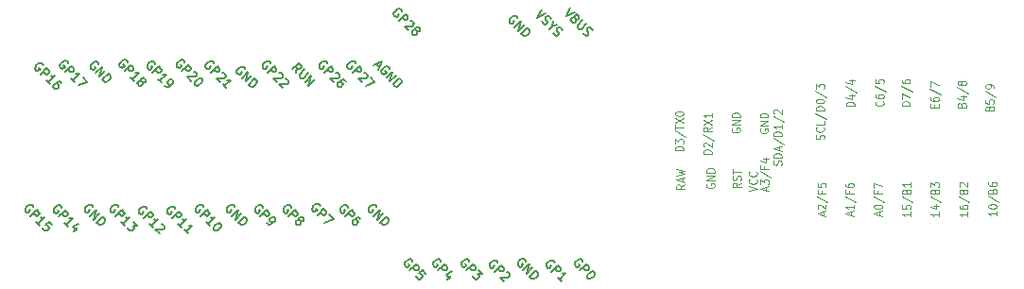
<source format=gbr>
G04 #@! TF.GenerationSoftware,KiCad,Pcbnew,(5.1.6-0-10_14)*
G04 #@! TF.CreationDate,2022-05-05T21:05:38+09:00*
G04 #@! TF.ProjectId,cool640x2,636f6f6c-3634-4307-9832-2e6b69636164,rev?*
G04 #@! TF.SameCoordinates,Original*
G04 #@! TF.FileFunction,Legend,Top*
G04 #@! TF.FilePolarity,Positive*
%FSLAX46Y46*%
G04 Gerber Fmt 4.6, Leading zero omitted, Abs format (unit mm)*
G04 Created by KiCad (PCBNEW (5.1.6-0-10_14)) date 2022-05-05 21:05:38*
%MOMM*%
%LPD*%
G01*
G04 APERTURE LIST*
%ADD10C,0.150000*%
%ADD11C,0.125000*%
G04 APERTURE END LIST*
D10*
X94169035Y-83733597D02*
X94438409Y-84002971D01*
X93953536Y-83841346D02*
X94707783Y-83464223D01*
X94330659Y-84218470D01*
X95354280Y-84164595D02*
X95327343Y-84083783D01*
X95246531Y-84002971D01*
X95138781Y-83949096D01*
X95031032Y-83949096D01*
X94950219Y-83976033D01*
X94815532Y-84056845D01*
X94734720Y-84137658D01*
X94653908Y-84272345D01*
X94626971Y-84353157D01*
X94626971Y-84460906D01*
X94680845Y-84568656D01*
X94734720Y-84622531D01*
X94842470Y-84676406D01*
X94896345Y-84676406D01*
X95084906Y-84487844D01*
X94977157Y-84380094D01*
X95084906Y-84972717D02*
X95650592Y-84407032D01*
X95408155Y-85295966D01*
X95973841Y-84730280D01*
X95677529Y-85565340D02*
X96243215Y-84999654D01*
X96377902Y-85134341D01*
X96431776Y-85242091D01*
X96431776Y-85349841D01*
X96404839Y-85430653D01*
X96324027Y-85565340D01*
X96243215Y-85646152D01*
X96108528Y-85726964D01*
X96027715Y-85753902D01*
X95919966Y-85753902D01*
X95812216Y-85700027D01*
X95677529Y-85565340D01*
X106821844Y-79626158D02*
X106794906Y-79545346D01*
X106714094Y-79464534D01*
X106606345Y-79410659D01*
X106498595Y-79410659D01*
X106417783Y-79437597D01*
X106283096Y-79518409D01*
X106202284Y-79599221D01*
X106121471Y-79733908D01*
X106094534Y-79814720D01*
X106094534Y-79922470D01*
X106148409Y-80030219D01*
X106202284Y-80084094D01*
X106310033Y-80137969D01*
X106363908Y-80137969D01*
X106552470Y-79949407D01*
X106444720Y-79841658D01*
X106552470Y-80434280D02*
X107118155Y-79868595D01*
X106875719Y-80757529D01*
X107441404Y-80191844D01*
X107145093Y-81026903D02*
X107710778Y-80461218D01*
X107845465Y-80595905D01*
X107899340Y-80703654D01*
X107899340Y-80811404D01*
X107872402Y-80892216D01*
X107791590Y-81026903D01*
X107710778Y-81107715D01*
X107576091Y-81188528D01*
X107495279Y-81215465D01*
X107387529Y-81215465D01*
X107279780Y-81161590D01*
X107145093Y-81026903D01*
X82411844Y-84176158D02*
X82384906Y-84095346D01*
X82304094Y-84014534D01*
X82196345Y-83960659D01*
X82088595Y-83960659D01*
X82007783Y-83987597D01*
X81873096Y-84068409D01*
X81792284Y-84149221D01*
X81711471Y-84283908D01*
X81684534Y-84364720D01*
X81684534Y-84472470D01*
X81738409Y-84580219D01*
X81792284Y-84634094D01*
X81900033Y-84687969D01*
X81953908Y-84687969D01*
X82142470Y-84499407D01*
X82034720Y-84391658D01*
X82142470Y-84984280D02*
X82708155Y-84418595D01*
X82465719Y-85307529D01*
X83031404Y-84741844D01*
X82735093Y-85576903D02*
X83300778Y-85011218D01*
X83435465Y-85145905D01*
X83489340Y-85253654D01*
X83489340Y-85361404D01*
X83462402Y-85442216D01*
X83381590Y-85576903D01*
X83300778Y-85657715D01*
X83166091Y-85738528D01*
X83085279Y-85765465D01*
X82977529Y-85765465D01*
X82869780Y-85711590D01*
X82735093Y-85576903D01*
X69301844Y-83736158D02*
X69274906Y-83655346D01*
X69194094Y-83574534D01*
X69086345Y-83520659D01*
X68978595Y-83520659D01*
X68897783Y-83547597D01*
X68763096Y-83628409D01*
X68682284Y-83709221D01*
X68601471Y-83843908D01*
X68574534Y-83924720D01*
X68574534Y-84032470D01*
X68628409Y-84140219D01*
X68682284Y-84194094D01*
X68790033Y-84247969D01*
X68843908Y-84247969D01*
X69032470Y-84059407D01*
X68924720Y-83951658D01*
X69032470Y-84544280D02*
X69598155Y-83978595D01*
X69355719Y-84867529D01*
X69921404Y-84301844D01*
X69625093Y-85136903D02*
X70190778Y-84571218D01*
X70325465Y-84705905D01*
X70379340Y-84813654D01*
X70379340Y-84921404D01*
X70352402Y-85002216D01*
X70271590Y-85136903D01*
X70190778Y-85217715D01*
X70056091Y-85298528D01*
X69975279Y-85325465D01*
X69867529Y-85325465D01*
X69759780Y-85271590D01*
X69625093Y-85136903D01*
X68791844Y-96546158D02*
X68764906Y-96465346D01*
X68684094Y-96384534D01*
X68576345Y-96330659D01*
X68468595Y-96330659D01*
X68387783Y-96357597D01*
X68253096Y-96438409D01*
X68172284Y-96519221D01*
X68091471Y-96653908D01*
X68064534Y-96734720D01*
X68064534Y-96842470D01*
X68118409Y-96950219D01*
X68172284Y-97004094D01*
X68280033Y-97057969D01*
X68333908Y-97057969D01*
X68522470Y-96869407D01*
X68414720Y-96761658D01*
X68522470Y-97354280D02*
X69088155Y-96788595D01*
X68845719Y-97677529D01*
X69411404Y-97111844D01*
X69115093Y-97946903D02*
X69680778Y-97381218D01*
X69815465Y-97515905D01*
X69869340Y-97623654D01*
X69869340Y-97731404D01*
X69842402Y-97812216D01*
X69761590Y-97946903D01*
X69680778Y-98027715D01*
X69546091Y-98108528D01*
X69465279Y-98135465D01*
X69357529Y-98135465D01*
X69249780Y-98081590D01*
X69115093Y-97946903D01*
X81491844Y-96546158D02*
X81464906Y-96465346D01*
X81384094Y-96384534D01*
X81276345Y-96330659D01*
X81168595Y-96330659D01*
X81087783Y-96357597D01*
X80953096Y-96438409D01*
X80872284Y-96519221D01*
X80791471Y-96653908D01*
X80764534Y-96734720D01*
X80764534Y-96842470D01*
X80818409Y-96950219D01*
X80872284Y-97004094D01*
X80980033Y-97057969D01*
X81033908Y-97057969D01*
X81222470Y-96869407D01*
X81114720Y-96761658D01*
X81222470Y-97354280D02*
X81788155Y-96788595D01*
X81545719Y-97677529D01*
X82111404Y-97111844D01*
X81815093Y-97946903D02*
X82380778Y-97381218D01*
X82515465Y-97515905D01*
X82569340Y-97623654D01*
X82569340Y-97731404D01*
X82542402Y-97812216D01*
X82461590Y-97946903D01*
X82380778Y-98027715D01*
X82246091Y-98108528D01*
X82165279Y-98135465D01*
X82057529Y-98135465D01*
X81949780Y-98081590D01*
X81815093Y-97946903D01*
X94191844Y-96546158D02*
X94164906Y-96465346D01*
X94084094Y-96384534D01*
X93976345Y-96330659D01*
X93868595Y-96330659D01*
X93787783Y-96357597D01*
X93653096Y-96438409D01*
X93572284Y-96519221D01*
X93491471Y-96653908D01*
X93464534Y-96734720D01*
X93464534Y-96842470D01*
X93518409Y-96950219D01*
X93572284Y-97004094D01*
X93680033Y-97057969D01*
X93733908Y-97057969D01*
X93922470Y-96869407D01*
X93814720Y-96761658D01*
X93922470Y-97354280D02*
X94488155Y-96788595D01*
X94245719Y-97677529D01*
X94811404Y-97111844D01*
X94515093Y-97946903D02*
X95080778Y-97381218D01*
X95215465Y-97515905D01*
X95269340Y-97623654D01*
X95269340Y-97731404D01*
X95242402Y-97812216D01*
X95161590Y-97946903D01*
X95080778Y-98027715D01*
X94946091Y-98108528D01*
X94865279Y-98135465D01*
X94757529Y-98135465D01*
X94649780Y-98081590D01*
X94515093Y-97946903D01*
X107571844Y-101406158D02*
X107544906Y-101325346D01*
X107464094Y-101244534D01*
X107356345Y-101190659D01*
X107248595Y-101190659D01*
X107167783Y-101217597D01*
X107033096Y-101298409D01*
X106952284Y-101379221D01*
X106871471Y-101513908D01*
X106844534Y-101594720D01*
X106844534Y-101702470D01*
X106898409Y-101810219D01*
X106952284Y-101864094D01*
X107060033Y-101917969D01*
X107113908Y-101917969D01*
X107302470Y-101729407D01*
X107194720Y-101621658D01*
X107302470Y-102214280D02*
X107868155Y-101648595D01*
X107625719Y-102537529D01*
X108191404Y-101971844D01*
X107895093Y-102806903D02*
X108460778Y-102241218D01*
X108595465Y-102375905D01*
X108649340Y-102483654D01*
X108649340Y-102591404D01*
X108622402Y-102672216D01*
X108541590Y-102806903D01*
X108460778Y-102887715D01*
X108326091Y-102968528D01*
X108245279Y-102995465D01*
X108137529Y-102995465D01*
X108029780Y-102941590D01*
X107895093Y-102806903D01*
X111542690Y-78673129D02*
X111165566Y-79427377D01*
X111919813Y-79050253D01*
X112027563Y-79696751D02*
X112081438Y-79804500D01*
X112081438Y-79858375D01*
X112054500Y-79939187D01*
X111973688Y-80019999D01*
X111892876Y-80046937D01*
X111839001Y-80046937D01*
X111758189Y-80020000D01*
X111542690Y-79804500D01*
X112108375Y-79238815D01*
X112296937Y-79427377D01*
X112323874Y-79508189D01*
X112323874Y-79562064D01*
X112296937Y-79642876D01*
X112243062Y-79696751D01*
X112162250Y-79723688D01*
X112108375Y-79723688D01*
X112027563Y-79696751D01*
X111839001Y-79508189D01*
X112674061Y-79804500D02*
X112216125Y-80262436D01*
X112189187Y-80343248D01*
X112189187Y-80397123D01*
X112216125Y-80477935D01*
X112323874Y-80585685D01*
X112404687Y-80612622D01*
X112458561Y-80612622D01*
X112539374Y-80585685D01*
X112997309Y-80127749D01*
X112700998Y-80908934D02*
X112754873Y-81016683D01*
X112889560Y-81151370D01*
X112970372Y-81178308D01*
X113024247Y-81178308D01*
X113105059Y-81151370D01*
X113158934Y-81097496D01*
X113185871Y-81016683D01*
X113185871Y-80962809D01*
X113158934Y-80881996D01*
X113078122Y-80747309D01*
X113051184Y-80666497D01*
X113051184Y-80612622D01*
X113078122Y-80531810D01*
X113131996Y-80477935D01*
X113212809Y-80450998D01*
X113266683Y-80450998D01*
X113347496Y-80477935D01*
X113482183Y-80612622D01*
X113536057Y-80720372D01*
X108990033Y-78810473D02*
X108612910Y-79564720D01*
X109367157Y-79187597D01*
X108990033Y-79887969D02*
X109043908Y-79995719D01*
X109178595Y-80130406D01*
X109259407Y-80157343D01*
X109313282Y-80157343D01*
X109394094Y-80130406D01*
X109447969Y-80076531D01*
X109474906Y-79995719D01*
X109474906Y-79941844D01*
X109447969Y-79861032D01*
X109367157Y-79726345D01*
X109340219Y-79645532D01*
X109340219Y-79591658D01*
X109367157Y-79510845D01*
X109421032Y-79456971D01*
X109501844Y-79430033D01*
X109555719Y-79430033D01*
X109636531Y-79456971D01*
X109771218Y-79591658D01*
X109825093Y-79699407D01*
X109905905Y-80318967D02*
X109636531Y-80588341D01*
X110013654Y-79834094D02*
X109905905Y-80318967D01*
X110390778Y-80211218D01*
X110013654Y-80911590D02*
X110067529Y-81019340D01*
X110202216Y-81154027D01*
X110283028Y-81180964D01*
X110336903Y-81180964D01*
X110417715Y-81154027D01*
X110471590Y-81100152D01*
X110498528Y-81019340D01*
X110498528Y-80965465D01*
X110471590Y-80884653D01*
X110390778Y-80749966D01*
X110363841Y-80669154D01*
X110363841Y-80615279D01*
X110390778Y-80534467D01*
X110444653Y-80480592D01*
X110525465Y-80453654D01*
X110579340Y-80453654D01*
X110660152Y-80480592D01*
X110794839Y-80615279D01*
X110848714Y-80723028D01*
X96469407Y-79003722D02*
X96442470Y-78922910D01*
X96361658Y-78842097D01*
X96253908Y-78788223D01*
X96146158Y-78788223D01*
X96065346Y-78815160D01*
X95930659Y-78895972D01*
X95849847Y-78976784D01*
X95769035Y-79111471D01*
X95742097Y-79192284D01*
X95742097Y-79300033D01*
X95795972Y-79407783D01*
X95849847Y-79461658D01*
X95957597Y-79515532D01*
X96011471Y-79515532D01*
X96200033Y-79326971D01*
X96092284Y-79219221D01*
X96200033Y-79811844D02*
X96765719Y-79246158D01*
X96981218Y-79461658D01*
X97008155Y-79542470D01*
X97008155Y-79596345D01*
X96981218Y-79677157D01*
X96900406Y-79757969D01*
X96819593Y-79784906D01*
X96765719Y-79784906D01*
X96684906Y-79757969D01*
X96469407Y-79542470D01*
X97250592Y-79838781D02*
X97304467Y-79838781D01*
X97385279Y-79865719D01*
X97519966Y-80000406D01*
X97546903Y-80081218D01*
X97546903Y-80135093D01*
X97519966Y-80215905D01*
X97466091Y-80269780D01*
X97358341Y-80323654D01*
X96711844Y-80323654D01*
X97062030Y-80673841D01*
X97708528Y-80673841D02*
X97681590Y-80593028D01*
X97681590Y-80539154D01*
X97708528Y-80458341D01*
X97735465Y-80431404D01*
X97816277Y-80404467D01*
X97870152Y-80404467D01*
X97950964Y-80431404D01*
X98058714Y-80539154D01*
X98085651Y-80619966D01*
X98085651Y-80673841D01*
X98058714Y-80754653D01*
X98031776Y-80781590D01*
X97950964Y-80808528D01*
X97897089Y-80808528D01*
X97816277Y-80781590D01*
X97708528Y-80673841D01*
X97627715Y-80646903D01*
X97573841Y-80646903D01*
X97493028Y-80673841D01*
X97385279Y-80781590D01*
X97358341Y-80862402D01*
X97358341Y-80916277D01*
X97385279Y-80997089D01*
X97493028Y-81104839D01*
X97573841Y-81131776D01*
X97627715Y-81131776D01*
X97708528Y-81104839D01*
X97816277Y-80997089D01*
X97843215Y-80916277D01*
X97843215Y-80862402D01*
X97816277Y-80781590D01*
X92319407Y-83679722D02*
X92292470Y-83598910D01*
X92211658Y-83518097D01*
X92103908Y-83464223D01*
X91996158Y-83464223D01*
X91915346Y-83491160D01*
X91780659Y-83571972D01*
X91699847Y-83652784D01*
X91619035Y-83787471D01*
X91592097Y-83868284D01*
X91592097Y-83976033D01*
X91645972Y-84083783D01*
X91699847Y-84137658D01*
X91807597Y-84191532D01*
X91861471Y-84191532D01*
X92050033Y-84002971D01*
X91942284Y-83895221D01*
X92050033Y-84487844D02*
X92615719Y-83922158D01*
X92831218Y-84137658D01*
X92858155Y-84218470D01*
X92858155Y-84272345D01*
X92831218Y-84353157D01*
X92750406Y-84433969D01*
X92669593Y-84460906D01*
X92615719Y-84460906D01*
X92534906Y-84433969D01*
X92319407Y-84218470D01*
X93100592Y-84514781D02*
X93154467Y-84514781D01*
X93235279Y-84541719D01*
X93369966Y-84676406D01*
X93396903Y-84757218D01*
X93396903Y-84811093D01*
X93369966Y-84891905D01*
X93316091Y-84945780D01*
X93208341Y-84999654D01*
X92561844Y-84999654D01*
X92912030Y-85349841D01*
X93666277Y-84972717D02*
X94043401Y-85349841D01*
X93235279Y-85673089D01*
X89789407Y-83679722D02*
X89762470Y-83598910D01*
X89681658Y-83518097D01*
X89573908Y-83464223D01*
X89466158Y-83464223D01*
X89385346Y-83491160D01*
X89250659Y-83571972D01*
X89169847Y-83652784D01*
X89089035Y-83787471D01*
X89062097Y-83868284D01*
X89062097Y-83976033D01*
X89115972Y-84083783D01*
X89169847Y-84137658D01*
X89277597Y-84191532D01*
X89331471Y-84191532D01*
X89520033Y-84002971D01*
X89412284Y-83895221D01*
X89520033Y-84487844D02*
X90085719Y-83922158D01*
X90301218Y-84137658D01*
X90328155Y-84218470D01*
X90328155Y-84272345D01*
X90301218Y-84353157D01*
X90220406Y-84433969D01*
X90139593Y-84460906D01*
X90085719Y-84460906D01*
X90004906Y-84433969D01*
X89789407Y-84218470D01*
X90570592Y-84514781D02*
X90624467Y-84514781D01*
X90705279Y-84541719D01*
X90839966Y-84676406D01*
X90866903Y-84757218D01*
X90866903Y-84811093D01*
X90839966Y-84891905D01*
X90786091Y-84945780D01*
X90678341Y-84999654D01*
X90031844Y-84999654D01*
X90382030Y-85349841D01*
X91432589Y-85269028D02*
X91324839Y-85161279D01*
X91244027Y-85134341D01*
X91190152Y-85134341D01*
X91055465Y-85161279D01*
X90920778Y-85242091D01*
X90705279Y-85457590D01*
X90678341Y-85538402D01*
X90678341Y-85592277D01*
X90705279Y-85673089D01*
X90813028Y-85780839D01*
X90893841Y-85807776D01*
X90947715Y-85807776D01*
X91028528Y-85780839D01*
X91163215Y-85646152D01*
X91190152Y-85565340D01*
X91190152Y-85511465D01*
X91163215Y-85430653D01*
X91055465Y-85322903D01*
X90974653Y-85295966D01*
X90920778Y-85295966D01*
X90839966Y-85322903D01*
X86966564Y-84528375D02*
X87047377Y-84070439D01*
X86643316Y-84205126D02*
X87209001Y-83639441D01*
X87424500Y-83854940D01*
X87451438Y-83935752D01*
X87451438Y-83989627D01*
X87424500Y-84070439D01*
X87343688Y-84151251D01*
X87262876Y-84178189D01*
X87209001Y-84178189D01*
X87128189Y-84151251D01*
X86912690Y-83935752D01*
X87774687Y-84205126D02*
X87316751Y-84663062D01*
X87289813Y-84743874D01*
X87289813Y-84797749D01*
X87316751Y-84878561D01*
X87424500Y-84986311D01*
X87505312Y-85013248D01*
X87559187Y-85013248D01*
X87640000Y-84986311D01*
X88097935Y-84528375D01*
X87801624Y-85363435D02*
X88367309Y-84797749D01*
X88124873Y-85686683D01*
X88690558Y-85120998D01*
X84709407Y-83679722D02*
X84682470Y-83598910D01*
X84601658Y-83518097D01*
X84493908Y-83464223D01*
X84386158Y-83464223D01*
X84305346Y-83491160D01*
X84170659Y-83571972D01*
X84089847Y-83652784D01*
X84009035Y-83787471D01*
X83982097Y-83868284D01*
X83982097Y-83976033D01*
X84035972Y-84083783D01*
X84089847Y-84137658D01*
X84197597Y-84191532D01*
X84251471Y-84191532D01*
X84440033Y-84002971D01*
X84332284Y-83895221D01*
X84440033Y-84487844D02*
X85005719Y-83922158D01*
X85221218Y-84137658D01*
X85248155Y-84218470D01*
X85248155Y-84272345D01*
X85221218Y-84353157D01*
X85140406Y-84433969D01*
X85059593Y-84460906D01*
X85005719Y-84460906D01*
X84924906Y-84433969D01*
X84709407Y-84218470D01*
X85490592Y-84514781D02*
X85544467Y-84514781D01*
X85625279Y-84541719D01*
X85759966Y-84676406D01*
X85786903Y-84757218D01*
X85786903Y-84811093D01*
X85759966Y-84891905D01*
X85706091Y-84945780D01*
X85598341Y-84999654D01*
X84951844Y-84999654D01*
X85302030Y-85349841D01*
X86029340Y-85053529D02*
X86083215Y-85053529D01*
X86164027Y-85080467D01*
X86298714Y-85215154D01*
X86325651Y-85295966D01*
X86325651Y-85349841D01*
X86298714Y-85430653D01*
X86244839Y-85484528D01*
X86137089Y-85538402D01*
X85490592Y-85538402D01*
X85840778Y-85888589D01*
X79619407Y-83679722D02*
X79592470Y-83598910D01*
X79511658Y-83518097D01*
X79403908Y-83464223D01*
X79296158Y-83464223D01*
X79215346Y-83491160D01*
X79080659Y-83571972D01*
X78999847Y-83652784D01*
X78919035Y-83787471D01*
X78892097Y-83868284D01*
X78892097Y-83976033D01*
X78945972Y-84083783D01*
X78999847Y-84137658D01*
X79107597Y-84191532D01*
X79161471Y-84191532D01*
X79350033Y-84002971D01*
X79242284Y-83895221D01*
X79350033Y-84487844D02*
X79915719Y-83922158D01*
X80131218Y-84137658D01*
X80158155Y-84218470D01*
X80158155Y-84272345D01*
X80131218Y-84353157D01*
X80050406Y-84433969D01*
X79969593Y-84460906D01*
X79915719Y-84460906D01*
X79834906Y-84433969D01*
X79619407Y-84218470D01*
X80400592Y-84514781D02*
X80454467Y-84514781D01*
X80535279Y-84541719D01*
X80669966Y-84676406D01*
X80696903Y-84757218D01*
X80696903Y-84811093D01*
X80669966Y-84891905D01*
X80616091Y-84945780D01*
X80508341Y-84999654D01*
X79861844Y-84999654D01*
X80212030Y-85349841D01*
X80750778Y-85888589D02*
X80427529Y-85565340D01*
X80589154Y-85726964D02*
X81154839Y-85161279D01*
X81020152Y-85188216D01*
X80912402Y-85188216D01*
X80831590Y-85161279D01*
X77019407Y-83563722D02*
X76992470Y-83482910D01*
X76911658Y-83402097D01*
X76803908Y-83348223D01*
X76696158Y-83348223D01*
X76615346Y-83375160D01*
X76480659Y-83455972D01*
X76399847Y-83536784D01*
X76319035Y-83671471D01*
X76292097Y-83752284D01*
X76292097Y-83860033D01*
X76345972Y-83967783D01*
X76399847Y-84021658D01*
X76507597Y-84075532D01*
X76561471Y-84075532D01*
X76750033Y-83886971D01*
X76642284Y-83779221D01*
X76750033Y-84371844D02*
X77315719Y-83806158D01*
X77531218Y-84021658D01*
X77558155Y-84102470D01*
X77558155Y-84156345D01*
X77531218Y-84237157D01*
X77450406Y-84317969D01*
X77369593Y-84344906D01*
X77315719Y-84344906D01*
X77234906Y-84317969D01*
X77019407Y-84102470D01*
X77800592Y-84398781D02*
X77854467Y-84398781D01*
X77935279Y-84425719D01*
X78069966Y-84560406D01*
X78096903Y-84641218D01*
X78096903Y-84695093D01*
X78069966Y-84775905D01*
X78016091Y-84829780D01*
X77908341Y-84883654D01*
X77261844Y-84883654D01*
X77612030Y-85233841D01*
X78527902Y-85018341D02*
X78581776Y-85072216D01*
X78608714Y-85153028D01*
X78608714Y-85206903D01*
X78581776Y-85287715D01*
X78500964Y-85422402D01*
X78366277Y-85557089D01*
X78231590Y-85637902D01*
X78150778Y-85664839D01*
X78096903Y-85664839D01*
X78016091Y-85637902D01*
X77962216Y-85584027D01*
X77935279Y-85503215D01*
X77935279Y-85449340D01*
X77962216Y-85368528D01*
X78043028Y-85233841D01*
X78177715Y-85099154D01*
X78312402Y-85018341D01*
X78393215Y-84991404D01*
X78447089Y-84991404D01*
X78527902Y-85018341D01*
X74389407Y-83713722D02*
X74362470Y-83632910D01*
X74281658Y-83552097D01*
X74173908Y-83498223D01*
X74066158Y-83498223D01*
X73985346Y-83525160D01*
X73850659Y-83605972D01*
X73769847Y-83686784D01*
X73689035Y-83821471D01*
X73662097Y-83902284D01*
X73662097Y-84010033D01*
X73715972Y-84117783D01*
X73769847Y-84171658D01*
X73877597Y-84225532D01*
X73931471Y-84225532D01*
X74120033Y-84036971D01*
X74012284Y-83929221D01*
X74120033Y-84521844D02*
X74685719Y-83956158D01*
X74901218Y-84171658D01*
X74928155Y-84252470D01*
X74928155Y-84306345D01*
X74901218Y-84387157D01*
X74820406Y-84467969D01*
X74739593Y-84494906D01*
X74685719Y-84494906D01*
X74604906Y-84467969D01*
X74389407Y-84252470D01*
X74982030Y-85383841D02*
X74658781Y-85060592D01*
X74820406Y-85222216D02*
X75386091Y-84656531D01*
X75251404Y-84683468D01*
X75143654Y-84683468D01*
X75062842Y-84656531D01*
X75251404Y-85653215D02*
X75359154Y-85760964D01*
X75439966Y-85787902D01*
X75493841Y-85787902D01*
X75628528Y-85760964D01*
X75763215Y-85680152D01*
X75978714Y-85464653D01*
X76005651Y-85383841D01*
X76005651Y-85329966D01*
X75978714Y-85249154D01*
X75870964Y-85141404D01*
X75790152Y-85114467D01*
X75736277Y-85114467D01*
X75655465Y-85141404D01*
X75520778Y-85276091D01*
X75493841Y-85356903D01*
X75493841Y-85410778D01*
X75520778Y-85491590D01*
X75628528Y-85599340D01*
X75709340Y-85626277D01*
X75763215Y-85626277D01*
X75844027Y-85599340D01*
X71899407Y-83563722D02*
X71872470Y-83482910D01*
X71791658Y-83402097D01*
X71683908Y-83348223D01*
X71576158Y-83348223D01*
X71495346Y-83375160D01*
X71360659Y-83455972D01*
X71279847Y-83536784D01*
X71199035Y-83671471D01*
X71172097Y-83752284D01*
X71172097Y-83860033D01*
X71225972Y-83967783D01*
X71279847Y-84021658D01*
X71387597Y-84075532D01*
X71441471Y-84075532D01*
X71630033Y-83886971D01*
X71522284Y-83779221D01*
X71630033Y-84371844D02*
X72195719Y-83806158D01*
X72411218Y-84021658D01*
X72438155Y-84102470D01*
X72438155Y-84156345D01*
X72411218Y-84237157D01*
X72330406Y-84317969D01*
X72249593Y-84344906D01*
X72195719Y-84344906D01*
X72114906Y-84317969D01*
X71899407Y-84102470D01*
X72492030Y-85233841D02*
X72168781Y-84910592D01*
X72330406Y-85072216D02*
X72896091Y-84506531D01*
X72761404Y-84533468D01*
X72653654Y-84533468D01*
X72572842Y-84506531D01*
X73138528Y-85233841D02*
X73111590Y-85153028D01*
X73111590Y-85099154D01*
X73138528Y-85018341D01*
X73165465Y-84991404D01*
X73246277Y-84964467D01*
X73300152Y-84964467D01*
X73380964Y-84991404D01*
X73488714Y-85099154D01*
X73515651Y-85179966D01*
X73515651Y-85233841D01*
X73488714Y-85314653D01*
X73461776Y-85341590D01*
X73380964Y-85368528D01*
X73327089Y-85368528D01*
X73246277Y-85341590D01*
X73138528Y-85233841D01*
X73057715Y-85206903D01*
X73003841Y-85206903D01*
X72923028Y-85233841D01*
X72815279Y-85341590D01*
X72788341Y-85422402D01*
X72788341Y-85476277D01*
X72815279Y-85557089D01*
X72923028Y-85664839D01*
X73003841Y-85691776D01*
X73057715Y-85691776D01*
X73138528Y-85664839D01*
X73246277Y-85557089D01*
X73273215Y-85476277D01*
X73273215Y-85422402D01*
X73246277Y-85341590D01*
X66569407Y-83643722D02*
X66542470Y-83562910D01*
X66461658Y-83482097D01*
X66353908Y-83428223D01*
X66246158Y-83428223D01*
X66165346Y-83455160D01*
X66030659Y-83535972D01*
X65949847Y-83616784D01*
X65869035Y-83751471D01*
X65842097Y-83832284D01*
X65842097Y-83940033D01*
X65895972Y-84047783D01*
X65949847Y-84101658D01*
X66057597Y-84155532D01*
X66111471Y-84155532D01*
X66300033Y-83966971D01*
X66192284Y-83859221D01*
X66300033Y-84451844D02*
X66865719Y-83886158D01*
X67081218Y-84101658D01*
X67108155Y-84182470D01*
X67108155Y-84236345D01*
X67081218Y-84317157D01*
X67000406Y-84397969D01*
X66919593Y-84424906D01*
X66865719Y-84424906D01*
X66784906Y-84397969D01*
X66569407Y-84182470D01*
X67162030Y-85313841D02*
X66838781Y-84990592D01*
X67000406Y-85152216D02*
X67566091Y-84586531D01*
X67431404Y-84613468D01*
X67323654Y-84613468D01*
X67242842Y-84586531D01*
X67916277Y-84936717D02*
X68293401Y-85313841D01*
X67485279Y-85637089D01*
X64359407Y-83853722D02*
X64332470Y-83772910D01*
X64251658Y-83692097D01*
X64143908Y-83638223D01*
X64036158Y-83638223D01*
X63955346Y-83665160D01*
X63820659Y-83745972D01*
X63739847Y-83826784D01*
X63659035Y-83961471D01*
X63632097Y-84042284D01*
X63632097Y-84150033D01*
X63685972Y-84257783D01*
X63739847Y-84311658D01*
X63847597Y-84365532D01*
X63901471Y-84365532D01*
X64090033Y-84176971D01*
X63982284Y-84069221D01*
X64090033Y-84661844D02*
X64655719Y-84096158D01*
X64871218Y-84311658D01*
X64898155Y-84392470D01*
X64898155Y-84446345D01*
X64871218Y-84527157D01*
X64790406Y-84607969D01*
X64709593Y-84634906D01*
X64655719Y-84634906D01*
X64574906Y-84607969D01*
X64359407Y-84392470D01*
X64952030Y-85523841D02*
X64628781Y-85200592D01*
X64790406Y-85362216D02*
X65356091Y-84796531D01*
X65221404Y-84823468D01*
X65113654Y-84823468D01*
X65032842Y-84796531D01*
X66002589Y-85443028D02*
X65894839Y-85335279D01*
X65814027Y-85308341D01*
X65760152Y-85308341D01*
X65625465Y-85335279D01*
X65490778Y-85416091D01*
X65275279Y-85631590D01*
X65248341Y-85712402D01*
X65248341Y-85766277D01*
X65275279Y-85847089D01*
X65383028Y-85954839D01*
X65463841Y-85981776D01*
X65517715Y-85981776D01*
X65598528Y-85954839D01*
X65733215Y-85820152D01*
X65760152Y-85739340D01*
X65760152Y-85685465D01*
X65733215Y-85604653D01*
X65625465Y-85496903D01*
X65544653Y-85469966D01*
X65490778Y-85469966D01*
X65409966Y-85496903D01*
X63469407Y-96557722D02*
X63442470Y-96476910D01*
X63361658Y-96396097D01*
X63253908Y-96342223D01*
X63146158Y-96342223D01*
X63065346Y-96369160D01*
X62930659Y-96449972D01*
X62849847Y-96530784D01*
X62769035Y-96665471D01*
X62742097Y-96746284D01*
X62742097Y-96854033D01*
X62795972Y-96961783D01*
X62849847Y-97015658D01*
X62957597Y-97069532D01*
X63011471Y-97069532D01*
X63200033Y-96880971D01*
X63092284Y-96773221D01*
X63200033Y-97365844D02*
X63765719Y-96800158D01*
X63981218Y-97015658D01*
X64008155Y-97096470D01*
X64008155Y-97150345D01*
X63981218Y-97231157D01*
X63900406Y-97311969D01*
X63819593Y-97338906D01*
X63765719Y-97338906D01*
X63684906Y-97311969D01*
X63469407Y-97096470D01*
X64062030Y-98227841D02*
X63738781Y-97904592D01*
X63900406Y-98066216D02*
X64466091Y-97500531D01*
X64331404Y-97527468D01*
X64223654Y-97527468D01*
X64142842Y-97500531D01*
X65139526Y-98173966D02*
X64870152Y-97904592D01*
X64573841Y-98147028D01*
X64627715Y-98147028D01*
X64708528Y-98173966D01*
X64843215Y-98308653D01*
X64870152Y-98389465D01*
X64870152Y-98443340D01*
X64843215Y-98524152D01*
X64708528Y-98658839D01*
X64627715Y-98685776D01*
X64573841Y-98685776D01*
X64493028Y-98658839D01*
X64358341Y-98524152D01*
X64331404Y-98443340D01*
X64331404Y-98389465D01*
X66009407Y-96603722D02*
X65982470Y-96522910D01*
X65901658Y-96442097D01*
X65793908Y-96388223D01*
X65686158Y-96388223D01*
X65605346Y-96415160D01*
X65470659Y-96495972D01*
X65389847Y-96576784D01*
X65309035Y-96711471D01*
X65282097Y-96792284D01*
X65282097Y-96900033D01*
X65335972Y-97007783D01*
X65389847Y-97061658D01*
X65497597Y-97115532D01*
X65551471Y-97115532D01*
X65740033Y-96926971D01*
X65632284Y-96819221D01*
X65740033Y-97411844D02*
X66305719Y-96846158D01*
X66521218Y-97061658D01*
X66548155Y-97142470D01*
X66548155Y-97196345D01*
X66521218Y-97277157D01*
X66440406Y-97357969D01*
X66359593Y-97384906D01*
X66305719Y-97384906D01*
X66224906Y-97357969D01*
X66009407Y-97142470D01*
X66602030Y-98273841D02*
X66278781Y-97950592D01*
X66440406Y-98112216D02*
X67006091Y-97546531D01*
X66871404Y-97573468D01*
X66763654Y-97573468D01*
X66682842Y-97546531D01*
X67464027Y-98381590D02*
X67086903Y-98758714D01*
X67544839Y-98031404D02*
X67006091Y-98300778D01*
X67356277Y-98650964D01*
X71089407Y-96557722D02*
X71062470Y-96476910D01*
X70981658Y-96396097D01*
X70873908Y-96342223D01*
X70766158Y-96342223D01*
X70685346Y-96369160D01*
X70550659Y-96449972D01*
X70469847Y-96530784D01*
X70389035Y-96665471D01*
X70362097Y-96746284D01*
X70362097Y-96854033D01*
X70415972Y-96961783D01*
X70469847Y-97015658D01*
X70577597Y-97069532D01*
X70631471Y-97069532D01*
X70820033Y-96880971D01*
X70712284Y-96773221D01*
X70820033Y-97365844D02*
X71385719Y-96800158D01*
X71601218Y-97015658D01*
X71628155Y-97096470D01*
X71628155Y-97150345D01*
X71601218Y-97231157D01*
X71520406Y-97311969D01*
X71439593Y-97338906D01*
X71385719Y-97338906D01*
X71304906Y-97311969D01*
X71089407Y-97096470D01*
X71682030Y-98227841D02*
X71358781Y-97904592D01*
X71520406Y-98066216D02*
X72086091Y-97500531D01*
X71951404Y-97527468D01*
X71843654Y-97527468D01*
X71762842Y-97500531D01*
X72436277Y-97850717D02*
X72786463Y-98200903D01*
X72382402Y-98227841D01*
X72463215Y-98308653D01*
X72490152Y-98389465D01*
X72490152Y-98443340D01*
X72463215Y-98524152D01*
X72328528Y-98658839D01*
X72247715Y-98685776D01*
X72193841Y-98685776D01*
X72113028Y-98658839D01*
X71951404Y-98497215D01*
X71924467Y-98416402D01*
X71924467Y-98362528D01*
X73629407Y-96703722D02*
X73602470Y-96622910D01*
X73521658Y-96542097D01*
X73413908Y-96488223D01*
X73306158Y-96488223D01*
X73225346Y-96515160D01*
X73090659Y-96595972D01*
X73009847Y-96676784D01*
X72929035Y-96811471D01*
X72902097Y-96892284D01*
X72902097Y-97000033D01*
X72955972Y-97107783D01*
X73009847Y-97161658D01*
X73117597Y-97215532D01*
X73171471Y-97215532D01*
X73360033Y-97026971D01*
X73252284Y-96919221D01*
X73360033Y-97511844D02*
X73925719Y-96946158D01*
X74141218Y-97161658D01*
X74168155Y-97242470D01*
X74168155Y-97296345D01*
X74141218Y-97377157D01*
X74060406Y-97457969D01*
X73979593Y-97484906D01*
X73925719Y-97484906D01*
X73844906Y-97457969D01*
X73629407Y-97242470D01*
X74222030Y-98373841D02*
X73898781Y-98050592D01*
X74060406Y-98212216D02*
X74626091Y-97646531D01*
X74491404Y-97673468D01*
X74383654Y-97673468D01*
X74302842Y-97646531D01*
X74949340Y-98077529D02*
X75003215Y-98077529D01*
X75084027Y-98104467D01*
X75218714Y-98239154D01*
X75245651Y-98319966D01*
X75245651Y-98373841D01*
X75218714Y-98454653D01*
X75164839Y-98508528D01*
X75057089Y-98562402D01*
X74410592Y-98562402D01*
X74760778Y-98912589D01*
X76169407Y-96703722D02*
X76142470Y-96622910D01*
X76061658Y-96542097D01*
X75953908Y-96488223D01*
X75846158Y-96488223D01*
X75765346Y-96515160D01*
X75630659Y-96595972D01*
X75549847Y-96676784D01*
X75469035Y-96811471D01*
X75442097Y-96892284D01*
X75442097Y-97000033D01*
X75495972Y-97107783D01*
X75549847Y-97161658D01*
X75657597Y-97215532D01*
X75711471Y-97215532D01*
X75900033Y-97026971D01*
X75792284Y-96919221D01*
X75900033Y-97511844D02*
X76465719Y-96946158D01*
X76681218Y-97161658D01*
X76708155Y-97242470D01*
X76708155Y-97296345D01*
X76681218Y-97377157D01*
X76600406Y-97457969D01*
X76519593Y-97484906D01*
X76465719Y-97484906D01*
X76384906Y-97457969D01*
X76169407Y-97242470D01*
X76762030Y-98373841D02*
X76438781Y-98050592D01*
X76600406Y-98212216D02*
X77166091Y-97646531D01*
X77031404Y-97673468D01*
X76923654Y-97673468D01*
X76842842Y-97646531D01*
X77300778Y-98912589D02*
X76977529Y-98589340D01*
X77139154Y-98750964D02*
X77704839Y-98185279D01*
X77570152Y-98212216D01*
X77462402Y-98212216D01*
X77381590Y-98185279D01*
X78709407Y-96557722D02*
X78682470Y-96476910D01*
X78601658Y-96396097D01*
X78493908Y-96342223D01*
X78386158Y-96342223D01*
X78305346Y-96369160D01*
X78170659Y-96449972D01*
X78089847Y-96530784D01*
X78009035Y-96665471D01*
X77982097Y-96746284D01*
X77982097Y-96854033D01*
X78035972Y-96961783D01*
X78089847Y-97015658D01*
X78197597Y-97069532D01*
X78251471Y-97069532D01*
X78440033Y-96880971D01*
X78332284Y-96773221D01*
X78440033Y-97365844D02*
X79005719Y-96800158D01*
X79221218Y-97015658D01*
X79248155Y-97096470D01*
X79248155Y-97150345D01*
X79221218Y-97231157D01*
X79140406Y-97311969D01*
X79059593Y-97338906D01*
X79005719Y-97338906D01*
X78924906Y-97311969D01*
X78709407Y-97096470D01*
X79302030Y-98227841D02*
X78978781Y-97904592D01*
X79140406Y-98066216D02*
X79706091Y-97500531D01*
X79571404Y-97527468D01*
X79463654Y-97527468D01*
X79382842Y-97500531D01*
X80217902Y-98012341D02*
X80271776Y-98066216D01*
X80298714Y-98147028D01*
X80298714Y-98200903D01*
X80271776Y-98281715D01*
X80190964Y-98416402D01*
X80056277Y-98551089D01*
X79921590Y-98631902D01*
X79840778Y-98658839D01*
X79786903Y-98658839D01*
X79706091Y-98631902D01*
X79652216Y-98578027D01*
X79625279Y-98497215D01*
X79625279Y-98443340D01*
X79652216Y-98362528D01*
X79733028Y-98227841D01*
X79867715Y-98093154D01*
X80002402Y-98012341D01*
X80083215Y-97985404D01*
X80137089Y-97985404D01*
X80217902Y-98012341D01*
X84058781Y-96573096D02*
X84031844Y-96492284D01*
X83951032Y-96411471D01*
X83843282Y-96357597D01*
X83735532Y-96357597D01*
X83654720Y-96384534D01*
X83520033Y-96465346D01*
X83439221Y-96546158D01*
X83358409Y-96680845D01*
X83331471Y-96761658D01*
X83331471Y-96869407D01*
X83385346Y-96977157D01*
X83439221Y-97031032D01*
X83546971Y-97084906D01*
X83600845Y-97084906D01*
X83789407Y-96896345D01*
X83681658Y-96788595D01*
X83789407Y-97381218D02*
X84355093Y-96815532D01*
X84570592Y-97031032D01*
X84597529Y-97111844D01*
X84597529Y-97165719D01*
X84570592Y-97246531D01*
X84489780Y-97327343D01*
X84408967Y-97354280D01*
X84355093Y-97354280D01*
X84274280Y-97327343D01*
X84058781Y-97111844D01*
X84382030Y-97973841D02*
X84489780Y-98081590D01*
X84570592Y-98108528D01*
X84624467Y-98108528D01*
X84759154Y-98081590D01*
X84893841Y-98000778D01*
X85109340Y-97785279D01*
X85136277Y-97704467D01*
X85136277Y-97650592D01*
X85109340Y-97569780D01*
X85001590Y-97462030D01*
X84920778Y-97435093D01*
X84866903Y-97435093D01*
X84786091Y-97462030D01*
X84651404Y-97596717D01*
X84624467Y-97677529D01*
X84624467Y-97731404D01*
X84651404Y-97812216D01*
X84759154Y-97919966D01*
X84839966Y-97946903D01*
X84893841Y-97946903D01*
X84974653Y-97919966D01*
X86598781Y-96573096D02*
X86571844Y-96492284D01*
X86491032Y-96411471D01*
X86383282Y-96357597D01*
X86275532Y-96357597D01*
X86194720Y-96384534D01*
X86060033Y-96465346D01*
X85979221Y-96546158D01*
X85898409Y-96680845D01*
X85871471Y-96761658D01*
X85871471Y-96869407D01*
X85925346Y-96977157D01*
X85979221Y-97031032D01*
X86086971Y-97084906D01*
X86140845Y-97084906D01*
X86329407Y-96896345D01*
X86221658Y-96788595D01*
X86329407Y-97381218D02*
X86895093Y-96815532D01*
X87110592Y-97031032D01*
X87137529Y-97111844D01*
X87137529Y-97165719D01*
X87110592Y-97246531D01*
X87029780Y-97327343D01*
X86948967Y-97354280D01*
X86895093Y-97354280D01*
X86814280Y-97327343D01*
X86598781Y-97111844D01*
X87299154Y-97704467D02*
X87272216Y-97623654D01*
X87272216Y-97569780D01*
X87299154Y-97488967D01*
X87326091Y-97462030D01*
X87406903Y-97435093D01*
X87460778Y-97435093D01*
X87541590Y-97462030D01*
X87649340Y-97569780D01*
X87676277Y-97650592D01*
X87676277Y-97704467D01*
X87649340Y-97785279D01*
X87622402Y-97812216D01*
X87541590Y-97839154D01*
X87487715Y-97839154D01*
X87406903Y-97812216D01*
X87299154Y-97704467D01*
X87218341Y-97677529D01*
X87164467Y-97677529D01*
X87083654Y-97704467D01*
X86975905Y-97812216D01*
X86948967Y-97893028D01*
X86948967Y-97946903D01*
X86975905Y-98027715D01*
X87083654Y-98135465D01*
X87164467Y-98162402D01*
X87218341Y-98162402D01*
X87299154Y-98135465D01*
X87406903Y-98027715D01*
X87433841Y-97946903D01*
X87433841Y-97893028D01*
X87406903Y-97812216D01*
X89168781Y-96473096D02*
X89141844Y-96392284D01*
X89061032Y-96311471D01*
X88953282Y-96257597D01*
X88845532Y-96257597D01*
X88764720Y-96284534D01*
X88630033Y-96365346D01*
X88549221Y-96446158D01*
X88468409Y-96580845D01*
X88441471Y-96661658D01*
X88441471Y-96769407D01*
X88495346Y-96877157D01*
X88549221Y-96931032D01*
X88656971Y-96984906D01*
X88710845Y-96984906D01*
X88899407Y-96796345D01*
X88791658Y-96688595D01*
X88899407Y-97281218D02*
X89465093Y-96715532D01*
X89680592Y-96931032D01*
X89707529Y-97011844D01*
X89707529Y-97065719D01*
X89680592Y-97146531D01*
X89599780Y-97227343D01*
X89518967Y-97254280D01*
X89465093Y-97254280D01*
X89384280Y-97227343D01*
X89168781Y-97011844D01*
X89976903Y-97227343D02*
X90354027Y-97604467D01*
X89545905Y-97927715D01*
X91678781Y-96573096D02*
X91651844Y-96492284D01*
X91571032Y-96411471D01*
X91463282Y-96357597D01*
X91355532Y-96357597D01*
X91274720Y-96384534D01*
X91140033Y-96465346D01*
X91059221Y-96546158D01*
X90978409Y-96680845D01*
X90951471Y-96761658D01*
X90951471Y-96869407D01*
X91005346Y-96977157D01*
X91059221Y-97031032D01*
X91166971Y-97084906D01*
X91220845Y-97084906D01*
X91409407Y-96896345D01*
X91301658Y-96788595D01*
X91409407Y-97381218D02*
X91975093Y-96815532D01*
X92190592Y-97031032D01*
X92217529Y-97111844D01*
X92217529Y-97165719D01*
X92190592Y-97246531D01*
X92109780Y-97327343D01*
X92028967Y-97354280D01*
X91975093Y-97354280D01*
X91894280Y-97327343D01*
X91678781Y-97111844D01*
X92783215Y-97623654D02*
X92675465Y-97515905D01*
X92594653Y-97488967D01*
X92540778Y-97488967D01*
X92406091Y-97515905D01*
X92271404Y-97596717D01*
X92055905Y-97812216D01*
X92028967Y-97893028D01*
X92028967Y-97946903D01*
X92055905Y-98027715D01*
X92163654Y-98135465D01*
X92244467Y-98162402D01*
X92298341Y-98162402D01*
X92379154Y-98135465D01*
X92513841Y-98000778D01*
X92540778Y-97919966D01*
X92540778Y-97866091D01*
X92513841Y-97785279D01*
X92406091Y-97677529D01*
X92325279Y-97650592D01*
X92271404Y-97650592D01*
X92190592Y-97677529D01*
X97438781Y-101433096D02*
X97411844Y-101352284D01*
X97331032Y-101271471D01*
X97223282Y-101217597D01*
X97115532Y-101217597D01*
X97034720Y-101244534D01*
X96900033Y-101325346D01*
X96819221Y-101406158D01*
X96738409Y-101540845D01*
X96711471Y-101621658D01*
X96711471Y-101729407D01*
X96765346Y-101837157D01*
X96819221Y-101891032D01*
X96926971Y-101944906D01*
X96980845Y-101944906D01*
X97169407Y-101756345D01*
X97061658Y-101648595D01*
X97169407Y-102241218D02*
X97735093Y-101675532D01*
X97950592Y-101891032D01*
X97977529Y-101971844D01*
X97977529Y-102025719D01*
X97950592Y-102106531D01*
X97869780Y-102187343D01*
X97788967Y-102214280D01*
X97735093Y-102214280D01*
X97654280Y-102187343D01*
X97438781Y-101971844D01*
X98570152Y-102510592D02*
X98300778Y-102241218D01*
X98004467Y-102483654D01*
X98058341Y-102483654D01*
X98139154Y-102510592D01*
X98273841Y-102645279D01*
X98300778Y-102726091D01*
X98300778Y-102779966D01*
X98273841Y-102860778D01*
X98139154Y-102995465D01*
X98058341Y-103022402D01*
X98004467Y-103022402D01*
X97923654Y-102995465D01*
X97788967Y-102860778D01*
X97762030Y-102779966D01*
X97762030Y-102726091D01*
X99978781Y-101433096D02*
X99951844Y-101352284D01*
X99871032Y-101271471D01*
X99763282Y-101217597D01*
X99655532Y-101217597D01*
X99574720Y-101244534D01*
X99440033Y-101325346D01*
X99359221Y-101406158D01*
X99278409Y-101540845D01*
X99251471Y-101621658D01*
X99251471Y-101729407D01*
X99305346Y-101837157D01*
X99359221Y-101891032D01*
X99466971Y-101944906D01*
X99520845Y-101944906D01*
X99709407Y-101756345D01*
X99601658Y-101648595D01*
X99709407Y-102241218D02*
X100275093Y-101675532D01*
X100490592Y-101891032D01*
X100517529Y-101971844D01*
X100517529Y-102025719D01*
X100490592Y-102106531D01*
X100409780Y-102187343D01*
X100328967Y-102214280D01*
X100275093Y-102214280D01*
X100194280Y-102187343D01*
X99978781Y-101971844D01*
X100894653Y-102672216D02*
X100517529Y-103049340D01*
X100975465Y-102322030D02*
X100436717Y-102591404D01*
X100786903Y-102941590D01*
X102518781Y-101433096D02*
X102491844Y-101352284D01*
X102411032Y-101271471D01*
X102303282Y-101217597D01*
X102195532Y-101217597D01*
X102114720Y-101244534D01*
X101980033Y-101325346D01*
X101899221Y-101406158D01*
X101818409Y-101540845D01*
X101791471Y-101621658D01*
X101791471Y-101729407D01*
X101845346Y-101837157D01*
X101899221Y-101891032D01*
X102006971Y-101944906D01*
X102060845Y-101944906D01*
X102249407Y-101756345D01*
X102141658Y-101648595D01*
X102249407Y-102241218D02*
X102815093Y-101675532D01*
X103030592Y-101891032D01*
X103057529Y-101971844D01*
X103057529Y-102025719D01*
X103030592Y-102106531D01*
X102949780Y-102187343D01*
X102868967Y-102214280D01*
X102815093Y-102214280D01*
X102734280Y-102187343D01*
X102518781Y-101971844D01*
X103326903Y-102187343D02*
X103677089Y-102537529D01*
X103273028Y-102564467D01*
X103353841Y-102645279D01*
X103380778Y-102726091D01*
X103380778Y-102779966D01*
X103353841Y-102860778D01*
X103219154Y-102995465D01*
X103138341Y-103022402D01*
X103084467Y-103022402D01*
X103003654Y-102995465D01*
X102842030Y-102833841D01*
X102815093Y-102753028D01*
X102815093Y-102699154D01*
X112678781Y-101433096D02*
X112651844Y-101352284D01*
X112571032Y-101271471D01*
X112463282Y-101217597D01*
X112355532Y-101217597D01*
X112274720Y-101244534D01*
X112140033Y-101325346D01*
X112059221Y-101406158D01*
X111978409Y-101540845D01*
X111951471Y-101621658D01*
X111951471Y-101729407D01*
X112005346Y-101837157D01*
X112059221Y-101891032D01*
X112166971Y-101944906D01*
X112220845Y-101944906D01*
X112409407Y-101756345D01*
X112301658Y-101648595D01*
X112409407Y-102241218D02*
X112975093Y-101675532D01*
X113190592Y-101891032D01*
X113217529Y-101971844D01*
X113217529Y-102025719D01*
X113190592Y-102106531D01*
X113109780Y-102187343D01*
X113028967Y-102214280D01*
X112975093Y-102214280D01*
X112894280Y-102187343D01*
X112678781Y-101971844D01*
X113648528Y-102348967D02*
X113702402Y-102402842D01*
X113729340Y-102483654D01*
X113729340Y-102537529D01*
X113702402Y-102618341D01*
X113621590Y-102753028D01*
X113486903Y-102887715D01*
X113352216Y-102968528D01*
X113271404Y-102995465D01*
X113217529Y-102995465D01*
X113136717Y-102968528D01*
X113082842Y-102914653D01*
X113055905Y-102833841D01*
X113055905Y-102779966D01*
X113082842Y-102699154D01*
X113163654Y-102564467D01*
X113298341Y-102429780D01*
X113433028Y-102348967D01*
X113513841Y-102322030D01*
X113567715Y-102322030D01*
X113648528Y-102348967D01*
X105058781Y-101533096D02*
X105031844Y-101452284D01*
X104951032Y-101371471D01*
X104843282Y-101317597D01*
X104735532Y-101317597D01*
X104654720Y-101344534D01*
X104520033Y-101425346D01*
X104439221Y-101506158D01*
X104358409Y-101640845D01*
X104331471Y-101721658D01*
X104331471Y-101829407D01*
X104385346Y-101937157D01*
X104439221Y-101991032D01*
X104546971Y-102044906D01*
X104600845Y-102044906D01*
X104789407Y-101856345D01*
X104681658Y-101748595D01*
X104789407Y-102341218D02*
X105355093Y-101775532D01*
X105570592Y-101991032D01*
X105597529Y-102071844D01*
X105597529Y-102125719D01*
X105570592Y-102206531D01*
X105489780Y-102287343D01*
X105408967Y-102314280D01*
X105355093Y-102314280D01*
X105274280Y-102287343D01*
X105058781Y-102071844D01*
X105839966Y-102368155D02*
X105893841Y-102368155D01*
X105974653Y-102395093D01*
X106109340Y-102529780D01*
X106136277Y-102610592D01*
X106136277Y-102664467D01*
X106109340Y-102745279D01*
X106055465Y-102799154D01*
X105947715Y-102853028D01*
X105301218Y-102853028D01*
X105651404Y-103203215D01*
X110148781Y-101533096D02*
X110121844Y-101452284D01*
X110041032Y-101371471D01*
X109933282Y-101317597D01*
X109825532Y-101317597D01*
X109744720Y-101344534D01*
X109610033Y-101425346D01*
X109529221Y-101506158D01*
X109448409Y-101640845D01*
X109421471Y-101721658D01*
X109421471Y-101829407D01*
X109475346Y-101937157D01*
X109529221Y-101991032D01*
X109636971Y-102044906D01*
X109690845Y-102044906D01*
X109879407Y-101856345D01*
X109771658Y-101748595D01*
X109879407Y-102341218D02*
X110445093Y-101775532D01*
X110660592Y-101991032D01*
X110687529Y-102071844D01*
X110687529Y-102125719D01*
X110660592Y-102206531D01*
X110579780Y-102287343D01*
X110498967Y-102314280D01*
X110445093Y-102314280D01*
X110364280Y-102287343D01*
X110148781Y-102071844D01*
X110741404Y-103203215D02*
X110418155Y-102879966D01*
X110579780Y-103041590D02*
X111145465Y-102475905D01*
X111010778Y-102502842D01*
X110903028Y-102502842D01*
X110822216Y-102475905D01*
D11*
X121789285Y-94522619D02*
X121432142Y-94745952D01*
X121789285Y-94905476D02*
X121039285Y-94905476D01*
X121039285Y-94650238D01*
X121075000Y-94586428D01*
X121110714Y-94554523D01*
X121182142Y-94522619D01*
X121289285Y-94522619D01*
X121360714Y-94554523D01*
X121396428Y-94586428D01*
X121432142Y-94650238D01*
X121432142Y-94905476D01*
X121575000Y-94267380D02*
X121575000Y-93948333D01*
X121789285Y-94331190D02*
X121039285Y-94107857D01*
X121789285Y-93884523D01*
X121039285Y-93725000D02*
X121789285Y-93565476D01*
X121253571Y-93437857D01*
X121789285Y-93310238D01*
X121039285Y-93150714D01*
X123765000Y-94470476D02*
X123729285Y-94534285D01*
X123729285Y-94630000D01*
X123765000Y-94725714D01*
X123836428Y-94789523D01*
X123907857Y-94821428D01*
X124050714Y-94853333D01*
X124157857Y-94853333D01*
X124300714Y-94821428D01*
X124372142Y-94789523D01*
X124443571Y-94725714D01*
X124479285Y-94630000D01*
X124479285Y-94566190D01*
X124443571Y-94470476D01*
X124407857Y-94438571D01*
X124157857Y-94438571D01*
X124157857Y-94566190D01*
X124479285Y-94151428D02*
X123729285Y-94151428D01*
X124479285Y-93768571D01*
X123729285Y-93768571D01*
X124479285Y-93449523D02*
X123729285Y-93449523D01*
X123729285Y-93290000D01*
X123765000Y-93194285D01*
X123836428Y-93130476D01*
X123907857Y-93098571D01*
X124050714Y-93066666D01*
X124157857Y-93066666D01*
X124300714Y-93098571D01*
X124372142Y-93130476D01*
X124443571Y-93194285D01*
X124479285Y-93290000D01*
X124479285Y-93449523D01*
X126829285Y-94376904D02*
X126472142Y-94600238D01*
X126829285Y-94759761D02*
X126079285Y-94759761D01*
X126079285Y-94504523D01*
X126115000Y-94440714D01*
X126150714Y-94408809D01*
X126222142Y-94376904D01*
X126329285Y-94376904D01*
X126400714Y-94408809D01*
X126436428Y-94440714D01*
X126472142Y-94504523D01*
X126472142Y-94759761D01*
X126793571Y-94121666D02*
X126829285Y-94025952D01*
X126829285Y-93866428D01*
X126793571Y-93802619D01*
X126757857Y-93770714D01*
X126686428Y-93738809D01*
X126615000Y-93738809D01*
X126543571Y-93770714D01*
X126507857Y-93802619D01*
X126472142Y-93866428D01*
X126436428Y-93994047D01*
X126400714Y-94057857D01*
X126365000Y-94089761D01*
X126293571Y-94121666D01*
X126222142Y-94121666D01*
X126150714Y-94089761D01*
X126115000Y-94057857D01*
X126079285Y-93994047D01*
X126079285Y-93834523D01*
X126115000Y-93738809D01*
X126079285Y-93547380D02*
X126079285Y-93164523D01*
X126829285Y-93355952D02*
X126079285Y-93355952D01*
X127539285Y-95103333D02*
X128289285Y-94880000D01*
X127539285Y-94656666D01*
X128217857Y-94050476D02*
X128253571Y-94082380D01*
X128289285Y-94178095D01*
X128289285Y-94241904D01*
X128253571Y-94337619D01*
X128182142Y-94401428D01*
X128110714Y-94433333D01*
X127967857Y-94465238D01*
X127860714Y-94465238D01*
X127717857Y-94433333D01*
X127646428Y-94401428D01*
X127575000Y-94337619D01*
X127539285Y-94241904D01*
X127539285Y-94178095D01*
X127575000Y-94082380D01*
X127610714Y-94050476D01*
X128217857Y-93380476D02*
X128253571Y-93412380D01*
X128289285Y-93508095D01*
X128289285Y-93571904D01*
X128253571Y-93667619D01*
X128182142Y-93731428D01*
X128110714Y-93763333D01*
X127967857Y-93795238D01*
X127860714Y-93795238D01*
X127717857Y-93763333D01*
X127646428Y-93731428D01*
X127575000Y-93667619D01*
X127539285Y-93571904D01*
X127539285Y-93508095D01*
X127575000Y-93412380D01*
X127610714Y-93380476D01*
X129105000Y-95055714D02*
X129105000Y-94736666D01*
X129319285Y-95119523D02*
X128569285Y-94896190D01*
X129319285Y-94672857D01*
X128569285Y-94513333D02*
X128569285Y-94098571D01*
X128855000Y-94321904D01*
X128855000Y-94226190D01*
X128890714Y-94162380D01*
X128926428Y-94130476D01*
X128997857Y-94098571D01*
X129176428Y-94098571D01*
X129247857Y-94130476D01*
X129283571Y-94162380D01*
X129319285Y-94226190D01*
X129319285Y-94417619D01*
X129283571Y-94481428D01*
X129247857Y-94513333D01*
X128533571Y-93332857D02*
X129497857Y-93907142D01*
X128926428Y-92886190D02*
X128926428Y-93109523D01*
X129319285Y-93109523D02*
X128569285Y-93109523D01*
X128569285Y-92790476D01*
X128819285Y-92248095D02*
X129319285Y-92248095D01*
X128533571Y-92407619D02*
X129069285Y-92567142D01*
X129069285Y-92152380D01*
X134215000Y-97280714D02*
X134215000Y-96961666D01*
X134429285Y-97344523D02*
X133679285Y-97121190D01*
X134429285Y-96897857D01*
X133750714Y-96706428D02*
X133715000Y-96674523D01*
X133679285Y-96610714D01*
X133679285Y-96451190D01*
X133715000Y-96387380D01*
X133750714Y-96355476D01*
X133822142Y-96323571D01*
X133893571Y-96323571D01*
X134000714Y-96355476D01*
X134429285Y-96738333D01*
X134429285Y-96323571D01*
X133643571Y-95557857D02*
X134607857Y-96132142D01*
X134036428Y-95111190D02*
X134036428Y-95334523D01*
X134429285Y-95334523D02*
X133679285Y-95334523D01*
X133679285Y-95015476D01*
X133679285Y-94441190D02*
X133679285Y-94760238D01*
X134036428Y-94792142D01*
X134000714Y-94760238D01*
X133965000Y-94696428D01*
X133965000Y-94536904D01*
X134000714Y-94473095D01*
X134036428Y-94441190D01*
X134107857Y-94409285D01*
X134286428Y-94409285D01*
X134357857Y-94441190D01*
X134393571Y-94473095D01*
X134429285Y-94536904D01*
X134429285Y-94696428D01*
X134393571Y-94760238D01*
X134357857Y-94792142D01*
X136715000Y-97280714D02*
X136715000Y-96961666D01*
X136929285Y-97344523D02*
X136179285Y-97121190D01*
X136929285Y-96897857D01*
X136929285Y-96323571D02*
X136929285Y-96706428D01*
X136929285Y-96515000D02*
X136179285Y-96515000D01*
X136286428Y-96578809D01*
X136357857Y-96642619D01*
X136393571Y-96706428D01*
X136143571Y-95557857D02*
X137107857Y-96132142D01*
X136536428Y-95111190D02*
X136536428Y-95334523D01*
X136929285Y-95334523D02*
X136179285Y-95334523D01*
X136179285Y-95015476D01*
X136179285Y-94473095D02*
X136179285Y-94600714D01*
X136215000Y-94664523D01*
X136250714Y-94696428D01*
X136357857Y-94760238D01*
X136500714Y-94792142D01*
X136786428Y-94792142D01*
X136857857Y-94760238D01*
X136893571Y-94728333D01*
X136929285Y-94664523D01*
X136929285Y-94536904D01*
X136893571Y-94473095D01*
X136857857Y-94441190D01*
X136786428Y-94409285D01*
X136607857Y-94409285D01*
X136536428Y-94441190D01*
X136500714Y-94473095D01*
X136465000Y-94536904D01*
X136465000Y-94664523D01*
X136500714Y-94728333D01*
X136536428Y-94760238D01*
X136607857Y-94792142D01*
X139265000Y-97280714D02*
X139265000Y-96961666D01*
X139479285Y-97344523D02*
X138729285Y-97121190D01*
X139479285Y-96897857D01*
X138729285Y-96546904D02*
X138729285Y-96483095D01*
X138765000Y-96419285D01*
X138800714Y-96387380D01*
X138872142Y-96355476D01*
X139015000Y-96323571D01*
X139193571Y-96323571D01*
X139336428Y-96355476D01*
X139407857Y-96387380D01*
X139443571Y-96419285D01*
X139479285Y-96483095D01*
X139479285Y-96546904D01*
X139443571Y-96610714D01*
X139407857Y-96642619D01*
X139336428Y-96674523D01*
X139193571Y-96706428D01*
X139015000Y-96706428D01*
X138872142Y-96674523D01*
X138800714Y-96642619D01*
X138765000Y-96610714D01*
X138729285Y-96546904D01*
X138693571Y-95557857D02*
X139657857Y-96132142D01*
X139086428Y-95111190D02*
X139086428Y-95334523D01*
X139479285Y-95334523D02*
X138729285Y-95334523D01*
X138729285Y-95015476D01*
X138729285Y-94824047D02*
X138729285Y-94377380D01*
X139479285Y-94664523D01*
X142029285Y-96977619D02*
X142029285Y-97360476D01*
X142029285Y-97169047D02*
X141279285Y-97169047D01*
X141386428Y-97232857D01*
X141457857Y-97296666D01*
X141493571Y-97360476D01*
X141279285Y-96371428D02*
X141279285Y-96690476D01*
X141636428Y-96722380D01*
X141600714Y-96690476D01*
X141565000Y-96626666D01*
X141565000Y-96467142D01*
X141600714Y-96403333D01*
X141636428Y-96371428D01*
X141707857Y-96339523D01*
X141886428Y-96339523D01*
X141957857Y-96371428D01*
X141993571Y-96403333D01*
X142029285Y-96467142D01*
X142029285Y-96626666D01*
X141993571Y-96690476D01*
X141957857Y-96722380D01*
X141243571Y-95573809D02*
X142207857Y-96148095D01*
X141636428Y-95127142D02*
X141672142Y-95031428D01*
X141707857Y-94999523D01*
X141779285Y-94967619D01*
X141886428Y-94967619D01*
X141957857Y-94999523D01*
X141993571Y-95031428D01*
X142029285Y-95095238D01*
X142029285Y-95350476D01*
X141279285Y-95350476D01*
X141279285Y-95127142D01*
X141315000Y-95063333D01*
X141350714Y-95031428D01*
X141422142Y-94999523D01*
X141493571Y-94999523D01*
X141565000Y-95031428D01*
X141600714Y-95063333D01*
X141636428Y-95127142D01*
X141636428Y-95350476D01*
X142029285Y-94329523D02*
X142029285Y-94712380D01*
X142029285Y-94520952D02*
X141279285Y-94520952D01*
X141386428Y-94584761D01*
X141457857Y-94648571D01*
X141493571Y-94712380D01*
X144579285Y-96977619D02*
X144579285Y-97360476D01*
X144579285Y-97169047D02*
X143829285Y-97169047D01*
X143936428Y-97232857D01*
X144007857Y-97296666D01*
X144043571Y-97360476D01*
X144079285Y-96403333D02*
X144579285Y-96403333D01*
X143793571Y-96562857D02*
X144329285Y-96722380D01*
X144329285Y-96307619D01*
X143793571Y-95573809D02*
X144757857Y-96148095D01*
X144186428Y-95127142D02*
X144222142Y-95031428D01*
X144257857Y-94999523D01*
X144329285Y-94967619D01*
X144436428Y-94967619D01*
X144507857Y-94999523D01*
X144543571Y-95031428D01*
X144579285Y-95095238D01*
X144579285Y-95350476D01*
X143829285Y-95350476D01*
X143829285Y-95127142D01*
X143865000Y-95063333D01*
X143900714Y-95031428D01*
X143972142Y-94999523D01*
X144043571Y-94999523D01*
X144115000Y-95031428D01*
X144150714Y-95063333D01*
X144186428Y-95127142D01*
X144186428Y-95350476D01*
X143829285Y-94744285D02*
X143829285Y-94329523D01*
X144115000Y-94552857D01*
X144115000Y-94457142D01*
X144150714Y-94393333D01*
X144186428Y-94361428D01*
X144257857Y-94329523D01*
X144436428Y-94329523D01*
X144507857Y-94361428D01*
X144543571Y-94393333D01*
X144579285Y-94457142D01*
X144579285Y-94648571D01*
X144543571Y-94712380D01*
X144507857Y-94744285D01*
X149749285Y-96942619D02*
X149749285Y-97325476D01*
X149749285Y-97134047D02*
X148999285Y-97134047D01*
X149106428Y-97197857D01*
X149177857Y-97261666D01*
X149213571Y-97325476D01*
X148999285Y-96527857D02*
X148999285Y-96464047D01*
X149035000Y-96400238D01*
X149070714Y-96368333D01*
X149142142Y-96336428D01*
X149285000Y-96304523D01*
X149463571Y-96304523D01*
X149606428Y-96336428D01*
X149677857Y-96368333D01*
X149713571Y-96400238D01*
X149749285Y-96464047D01*
X149749285Y-96527857D01*
X149713571Y-96591666D01*
X149677857Y-96623571D01*
X149606428Y-96655476D01*
X149463571Y-96687380D01*
X149285000Y-96687380D01*
X149142142Y-96655476D01*
X149070714Y-96623571D01*
X149035000Y-96591666D01*
X148999285Y-96527857D01*
X148963571Y-95538809D02*
X149927857Y-96113095D01*
X149356428Y-95092142D02*
X149392142Y-94996428D01*
X149427857Y-94964523D01*
X149499285Y-94932619D01*
X149606428Y-94932619D01*
X149677857Y-94964523D01*
X149713571Y-94996428D01*
X149749285Y-95060238D01*
X149749285Y-95315476D01*
X148999285Y-95315476D01*
X148999285Y-95092142D01*
X149035000Y-95028333D01*
X149070714Y-94996428D01*
X149142142Y-94964523D01*
X149213571Y-94964523D01*
X149285000Y-94996428D01*
X149320714Y-95028333D01*
X149356428Y-95092142D01*
X149356428Y-95315476D01*
X148999285Y-94358333D02*
X148999285Y-94485952D01*
X149035000Y-94549761D01*
X149070714Y-94581666D01*
X149177857Y-94645476D01*
X149320714Y-94677380D01*
X149606428Y-94677380D01*
X149677857Y-94645476D01*
X149713571Y-94613571D01*
X149749285Y-94549761D01*
X149749285Y-94422142D01*
X149713571Y-94358333D01*
X149677857Y-94326428D01*
X149606428Y-94294523D01*
X149427857Y-94294523D01*
X149356428Y-94326428D01*
X149320714Y-94358333D01*
X149285000Y-94422142D01*
X149285000Y-94549761D01*
X149320714Y-94613571D01*
X149356428Y-94645476D01*
X149427857Y-94677380D01*
X147129285Y-96977619D02*
X147129285Y-97360476D01*
X147129285Y-97169047D02*
X146379285Y-97169047D01*
X146486428Y-97232857D01*
X146557857Y-97296666D01*
X146593571Y-97360476D01*
X146379285Y-96403333D02*
X146379285Y-96530952D01*
X146415000Y-96594761D01*
X146450714Y-96626666D01*
X146557857Y-96690476D01*
X146700714Y-96722380D01*
X146986428Y-96722380D01*
X147057857Y-96690476D01*
X147093571Y-96658571D01*
X147129285Y-96594761D01*
X147129285Y-96467142D01*
X147093571Y-96403333D01*
X147057857Y-96371428D01*
X146986428Y-96339523D01*
X146807857Y-96339523D01*
X146736428Y-96371428D01*
X146700714Y-96403333D01*
X146665000Y-96467142D01*
X146665000Y-96594761D01*
X146700714Y-96658571D01*
X146736428Y-96690476D01*
X146807857Y-96722380D01*
X146343571Y-95573809D02*
X147307857Y-96148095D01*
X146736428Y-95127142D02*
X146772142Y-95031428D01*
X146807857Y-94999523D01*
X146879285Y-94967619D01*
X146986428Y-94967619D01*
X147057857Y-94999523D01*
X147093571Y-95031428D01*
X147129285Y-95095238D01*
X147129285Y-95350476D01*
X146379285Y-95350476D01*
X146379285Y-95127142D01*
X146415000Y-95063333D01*
X146450714Y-95031428D01*
X146522142Y-94999523D01*
X146593571Y-94999523D01*
X146665000Y-95031428D01*
X146700714Y-95063333D01*
X146736428Y-95127142D01*
X146736428Y-95350476D01*
X146450714Y-94712380D02*
X146415000Y-94680476D01*
X146379285Y-94616666D01*
X146379285Y-94457142D01*
X146415000Y-94393333D01*
X146450714Y-94361428D01*
X146522142Y-94329523D01*
X146593571Y-94329523D01*
X146700714Y-94361428D01*
X147129285Y-94744285D01*
X147129285Y-94329523D01*
X144136428Y-87632619D02*
X144136428Y-87409285D01*
X144529285Y-87313571D02*
X144529285Y-87632619D01*
X143779285Y-87632619D01*
X143779285Y-87313571D01*
X143779285Y-86739285D02*
X143779285Y-86866904D01*
X143815000Y-86930714D01*
X143850714Y-86962619D01*
X143957857Y-87026428D01*
X144100714Y-87058333D01*
X144386428Y-87058333D01*
X144457857Y-87026428D01*
X144493571Y-86994523D01*
X144529285Y-86930714D01*
X144529285Y-86803095D01*
X144493571Y-86739285D01*
X144457857Y-86707380D01*
X144386428Y-86675476D01*
X144207857Y-86675476D01*
X144136428Y-86707380D01*
X144100714Y-86739285D01*
X144065000Y-86803095D01*
X144065000Y-86930714D01*
X144100714Y-86994523D01*
X144136428Y-87026428D01*
X144207857Y-87058333D01*
X143743571Y-85909761D02*
X144707857Y-86484047D01*
X143779285Y-85750238D02*
X143779285Y-85303571D01*
X144529285Y-85590714D01*
X141969285Y-87444523D02*
X141219285Y-87444523D01*
X141219285Y-87285000D01*
X141255000Y-87189285D01*
X141326428Y-87125476D01*
X141397857Y-87093571D01*
X141540714Y-87061666D01*
X141647857Y-87061666D01*
X141790714Y-87093571D01*
X141862142Y-87125476D01*
X141933571Y-87189285D01*
X141969285Y-87285000D01*
X141969285Y-87444523D01*
X141219285Y-86838333D02*
X141219285Y-86391666D01*
X141969285Y-86678809D01*
X141183571Y-85657857D02*
X142147857Y-86232142D01*
X141219285Y-85147380D02*
X141219285Y-85275000D01*
X141255000Y-85338809D01*
X141290714Y-85370714D01*
X141397857Y-85434523D01*
X141540714Y-85466428D01*
X141826428Y-85466428D01*
X141897857Y-85434523D01*
X141933571Y-85402619D01*
X141969285Y-85338809D01*
X141969285Y-85211190D01*
X141933571Y-85147380D01*
X141897857Y-85115476D01*
X141826428Y-85083571D01*
X141647857Y-85083571D01*
X141576428Y-85115476D01*
X141540714Y-85147380D01*
X141505000Y-85211190D01*
X141505000Y-85338809D01*
X141540714Y-85402619D01*
X141576428Y-85434523D01*
X141647857Y-85466428D01*
X126035000Y-89480476D02*
X125999285Y-89544285D01*
X125999285Y-89640000D01*
X126035000Y-89735714D01*
X126106428Y-89799523D01*
X126177857Y-89831428D01*
X126320714Y-89863333D01*
X126427857Y-89863333D01*
X126570714Y-89831428D01*
X126642142Y-89799523D01*
X126713571Y-89735714D01*
X126749285Y-89640000D01*
X126749285Y-89576190D01*
X126713571Y-89480476D01*
X126677857Y-89448571D01*
X126427857Y-89448571D01*
X126427857Y-89576190D01*
X126749285Y-89161428D02*
X125999285Y-89161428D01*
X126749285Y-88778571D01*
X125999285Y-88778571D01*
X126749285Y-88459523D02*
X125999285Y-88459523D01*
X125999285Y-88300000D01*
X126035000Y-88204285D01*
X126106428Y-88140476D01*
X126177857Y-88108571D01*
X126320714Y-88076666D01*
X126427857Y-88076666D01*
X126570714Y-88108571D01*
X126642142Y-88140476D01*
X126713571Y-88204285D01*
X126749285Y-88300000D01*
X126749285Y-88459523D01*
X128555000Y-89540476D02*
X128519285Y-89604285D01*
X128519285Y-89700000D01*
X128555000Y-89795714D01*
X128626428Y-89859523D01*
X128697857Y-89891428D01*
X128840714Y-89923333D01*
X128947857Y-89923333D01*
X129090714Y-89891428D01*
X129162142Y-89859523D01*
X129233571Y-89795714D01*
X129269285Y-89700000D01*
X129269285Y-89636190D01*
X129233571Y-89540476D01*
X129197857Y-89508571D01*
X128947857Y-89508571D01*
X128947857Y-89636190D01*
X129269285Y-89221428D02*
X128519285Y-89221428D01*
X129269285Y-88838571D01*
X128519285Y-88838571D01*
X129269285Y-88519523D02*
X128519285Y-88519523D01*
X128519285Y-88360000D01*
X128555000Y-88264285D01*
X128626428Y-88200476D01*
X128697857Y-88168571D01*
X128840714Y-88136666D01*
X128947857Y-88136666D01*
X129090714Y-88168571D01*
X129162142Y-88200476D01*
X129233571Y-88264285D01*
X129269285Y-88360000D01*
X129269285Y-88519523D01*
X121689285Y-91488809D02*
X120939285Y-91488809D01*
X120939285Y-91329285D01*
X120975000Y-91233571D01*
X121046428Y-91169761D01*
X121117857Y-91137857D01*
X121260714Y-91105952D01*
X121367857Y-91105952D01*
X121510714Y-91137857D01*
X121582142Y-91169761D01*
X121653571Y-91233571D01*
X121689285Y-91329285D01*
X121689285Y-91488809D01*
X120939285Y-90882619D02*
X120939285Y-90467857D01*
X121225000Y-90691190D01*
X121225000Y-90595476D01*
X121260714Y-90531666D01*
X121296428Y-90499761D01*
X121367857Y-90467857D01*
X121546428Y-90467857D01*
X121617857Y-90499761D01*
X121653571Y-90531666D01*
X121689285Y-90595476D01*
X121689285Y-90786904D01*
X121653571Y-90850714D01*
X121617857Y-90882619D01*
X120903571Y-89702142D02*
X121867857Y-90276428D01*
X120939285Y-89574523D02*
X120939285Y-89191666D01*
X121689285Y-89383095D02*
X120939285Y-89383095D01*
X120939285Y-89032142D02*
X121689285Y-88585476D01*
X120939285Y-88585476D02*
X121689285Y-89032142D01*
X120939285Y-88202619D02*
X120939285Y-88138809D01*
X120975000Y-88075000D01*
X121010714Y-88043095D01*
X121082142Y-88011190D01*
X121225000Y-87979285D01*
X121403571Y-87979285D01*
X121546428Y-88011190D01*
X121617857Y-88043095D01*
X121653571Y-88075000D01*
X121689285Y-88138809D01*
X121689285Y-88202619D01*
X121653571Y-88266428D01*
X121617857Y-88298333D01*
X121546428Y-88330238D01*
X121403571Y-88362142D01*
X121225000Y-88362142D01*
X121082142Y-88330238D01*
X121010714Y-88298333D01*
X120975000Y-88266428D01*
X120939285Y-88202619D01*
X136999285Y-87504523D02*
X136249285Y-87504523D01*
X136249285Y-87345000D01*
X136285000Y-87249285D01*
X136356428Y-87185476D01*
X136427857Y-87153571D01*
X136570714Y-87121666D01*
X136677857Y-87121666D01*
X136820714Y-87153571D01*
X136892142Y-87185476D01*
X136963571Y-87249285D01*
X136999285Y-87345000D01*
X136999285Y-87504523D01*
X136499285Y-86547380D02*
X136999285Y-86547380D01*
X136213571Y-86706904D02*
X136749285Y-86866428D01*
X136749285Y-86451666D01*
X136213571Y-85717857D02*
X137177857Y-86292142D01*
X136499285Y-85207380D02*
X136999285Y-85207380D01*
X136213571Y-85366904D02*
X136749285Y-85526428D01*
X136749285Y-85111666D01*
X130453571Y-92768571D02*
X130489285Y-92672857D01*
X130489285Y-92513333D01*
X130453571Y-92449523D01*
X130417857Y-92417619D01*
X130346428Y-92385714D01*
X130275000Y-92385714D01*
X130203571Y-92417619D01*
X130167857Y-92449523D01*
X130132142Y-92513333D01*
X130096428Y-92640952D01*
X130060714Y-92704761D01*
X130025000Y-92736666D01*
X129953571Y-92768571D01*
X129882142Y-92768571D01*
X129810714Y-92736666D01*
X129775000Y-92704761D01*
X129739285Y-92640952D01*
X129739285Y-92481428D01*
X129775000Y-92385714D01*
X130489285Y-92098571D02*
X129739285Y-92098571D01*
X129739285Y-91939047D01*
X129775000Y-91843333D01*
X129846428Y-91779523D01*
X129917857Y-91747619D01*
X130060714Y-91715714D01*
X130167857Y-91715714D01*
X130310714Y-91747619D01*
X130382142Y-91779523D01*
X130453571Y-91843333D01*
X130489285Y-91939047D01*
X130489285Y-92098571D01*
X130275000Y-91460476D02*
X130275000Y-91141428D01*
X130489285Y-91524285D02*
X129739285Y-91300952D01*
X130489285Y-91077619D01*
X129703571Y-90375714D02*
X130667857Y-90950000D01*
X130489285Y-90152380D02*
X129739285Y-90152380D01*
X129739285Y-89992857D01*
X129775000Y-89897142D01*
X129846428Y-89833333D01*
X129917857Y-89801428D01*
X130060714Y-89769523D01*
X130167857Y-89769523D01*
X130310714Y-89801428D01*
X130382142Y-89833333D01*
X130453571Y-89897142D01*
X130489285Y-89992857D01*
X130489285Y-90152380D01*
X130489285Y-89131428D02*
X130489285Y-89514285D01*
X130489285Y-89322857D02*
X129739285Y-89322857D01*
X129846428Y-89386666D01*
X129917857Y-89450476D01*
X129953571Y-89514285D01*
X129703571Y-88365714D02*
X130667857Y-88940000D01*
X129810714Y-88174285D02*
X129775000Y-88142380D01*
X129739285Y-88078571D01*
X129739285Y-87919047D01*
X129775000Y-87855238D01*
X129810714Y-87823333D01*
X129882142Y-87791428D01*
X129953571Y-87791428D01*
X130060714Y-87823333D01*
X130489285Y-88206190D01*
X130489285Y-87791428D01*
X134243571Y-90467619D02*
X134279285Y-90371904D01*
X134279285Y-90212380D01*
X134243571Y-90148571D01*
X134207857Y-90116666D01*
X134136428Y-90084761D01*
X134065000Y-90084761D01*
X133993571Y-90116666D01*
X133957857Y-90148571D01*
X133922142Y-90212380D01*
X133886428Y-90340000D01*
X133850714Y-90403809D01*
X133815000Y-90435714D01*
X133743571Y-90467619D01*
X133672142Y-90467619D01*
X133600714Y-90435714D01*
X133565000Y-90403809D01*
X133529285Y-90340000D01*
X133529285Y-90180476D01*
X133565000Y-90084761D01*
X134207857Y-89414761D02*
X134243571Y-89446666D01*
X134279285Y-89542380D01*
X134279285Y-89606190D01*
X134243571Y-89701904D01*
X134172142Y-89765714D01*
X134100714Y-89797619D01*
X133957857Y-89829523D01*
X133850714Y-89829523D01*
X133707857Y-89797619D01*
X133636428Y-89765714D01*
X133565000Y-89701904D01*
X133529285Y-89606190D01*
X133529285Y-89542380D01*
X133565000Y-89446666D01*
X133600714Y-89414761D01*
X134279285Y-88808571D02*
X134279285Y-89127619D01*
X133529285Y-89127619D01*
X133493571Y-88106666D02*
X134457857Y-88680952D01*
X134279285Y-87883333D02*
X133529285Y-87883333D01*
X133529285Y-87723809D01*
X133565000Y-87628095D01*
X133636428Y-87564285D01*
X133707857Y-87532380D01*
X133850714Y-87500476D01*
X133957857Y-87500476D01*
X134100714Y-87532380D01*
X134172142Y-87564285D01*
X134243571Y-87628095D01*
X134279285Y-87723809D01*
X134279285Y-87883333D01*
X133529285Y-87085714D02*
X133529285Y-87021904D01*
X133565000Y-86958095D01*
X133600714Y-86926190D01*
X133672142Y-86894285D01*
X133815000Y-86862380D01*
X133993571Y-86862380D01*
X134136428Y-86894285D01*
X134207857Y-86926190D01*
X134243571Y-86958095D01*
X134279285Y-87021904D01*
X134279285Y-87085714D01*
X134243571Y-87149523D01*
X134207857Y-87181428D01*
X134136428Y-87213333D01*
X133993571Y-87245238D01*
X133815000Y-87245238D01*
X133672142Y-87213333D01*
X133600714Y-87181428D01*
X133565000Y-87149523D01*
X133529285Y-87085714D01*
X133493571Y-86096666D02*
X134457857Y-86670952D01*
X133529285Y-85937142D02*
X133529285Y-85522380D01*
X133815000Y-85745714D01*
X133815000Y-85650000D01*
X133850714Y-85586190D01*
X133886428Y-85554285D01*
X133957857Y-85522380D01*
X134136428Y-85522380D01*
X134207857Y-85554285D01*
X134243571Y-85586190D01*
X134279285Y-85650000D01*
X134279285Y-85841428D01*
X134243571Y-85905238D01*
X134207857Y-85937142D01*
X139537857Y-87061666D02*
X139573571Y-87093571D01*
X139609285Y-87189285D01*
X139609285Y-87253095D01*
X139573571Y-87348809D01*
X139502142Y-87412619D01*
X139430714Y-87444523D01*
X139287857Y-87476428D01*
X139180714Y-87476428D01*
X139037857Y-87444523D01*
X138966428Y-87412619D01*
X138895000Y-87348809D01*
X138859285Y-87253095D01*
X138859285Y-87189285D01*
X138895000Y-87093571D01*
X138930714Y-87061666D01*
X138859285Y-86487380D02*
X138859285Y-86615000D01*
X138895000Y-86678809D01*
X138930714Y-86710714D01*
X139037857Y-86774523D01*
X139180714Y-86806428D01*
X139466428Y-86806428D01*
X139537857Y-86774523D01*
X139573571Y-86742619D01*
X139609285Y-86678809D01*
X139609285Y-86551190D01*
X139573571Y-86487380D01*
X139537857Y-86455476D01*
X139466428Y-86423571D01*
X139287857Y-86423571D01*
X139216428Y-86455476D01*
X139180714Y-86487380D01*
X139145000Y-86551190D01*
X139145000Y-86678809D01*
X139180714Y-86742619D01*
X139216428Y-86774523D01*
X139287857Y-86806428D01*
X138823571Y-85657857D02*
X139787857Y-86232142D01*
X138859285Y-85115476D02*
X138859285Y-85434523D01*
X139216428Y-85466428D01*
X139180714Y-85434523D01*
X139145000Y-85370714D01*
X139145000Y-85211190D01*
X139180714Y-85147380D01*
X139216428Y-85115476D01*
X139287857Y-85083571D01*
X139466428Y-85083571D01*
X139537857Y-85115476D01*
X139573571Y-85147380D01*
X139609285Y-85211190D01*
X139609285Y-85370714D01*
X139573571Y-85434523D01*
X139537857Y-85466428D01*
X149086428Y-87686190D02*
X149122142Y-87590476D01*
X149157857Y-87558571D01*
X149229285Y-87526666D01*
X149336428Y-87526666D01*
X149407857Y-87558571D01*
X149443571Y-87590476D01*
X149479285Y-87654285D01*
X149479285Y-87909523D01*
X148729285Y-87909523D01*
X148729285Y-87686190D01*
X148765000Y-87622380D01*
X148800714Y-87590476D01*
X148872142Y-87558571D01*
X148943571Y-87558571D01*
X149015000Y-87590476D01*
X149050714Y-87622380D01*
X149086428Y-87686190D01*
X149086428Y-87909523D01*
X148729285Y-86920476D02*
X148729285Y-87239523D01*
X149086428Y-87271428D01*
X149050714Y-87239523D01*
X149015000Y-87175714D01*
X149015000Y-87016190D01*
X149050714Y-86952380D01*
X149086428Y-86920476D01*
X149157857Y-86888571D01*
X149336428Y-86888571D01*
X149407857Y-86920476D01*
X149443571Y-86952380D01*
X149479285Y-87016190D01*
X149479285Y-87175714D01*
X149443571Y-87239523D01*
X149407857Y-87271428D01*
X148693571Y-86122857D02*
X149657857Y-86697142D01*
X149479285Y-85867619D02*
X149479285Y-85740000D01*
X149443571Y-85676190D01*
X149407857Y-85644285D01*
X149300714Y-85580476D01*
X149157857Y-85548571D01*
X148872142Y-85548571D01*
X148800714Y-85580476D01*
X148765000Y-85612380D01*
X148729285Y-85676190D01*
X148729285Y-85803809D01*
X148765000Y-85867619D01*
X148800714Y-85899523D01*
X148872142Y-85931428D01*
X149050714Y-85931428D01*
X149122142Y-85899523D01*
X149157857Y-85867619D01*
X149193571Y-85803809D01*
X149193571Y-85676190D01*
X149157857Y-85612380D01*
X149122142Y-85580476D01*
X149050714Y-85548571D01*
X124199285Y-91778571D02*
X123449285Y-91778571D01*
X123449285Y-91619047D01*
X123485000Y-91523333D01*
X123556428Y-91459523D01*
X123627857Y-91427619D01*
X123770714Y-91395714D01*
X123877857Y-91395714D01*
X124020714Y-91427619D01*
X124092142Y-91459523D01*
X124163571Y-91523333D01*
X124199285Y-91619047D01*
X124199285Y-91778571D01*
X123520714Y-91140476D02*
X123485000Y-91108571D01*
X123449285Y-91044761D01*
X123449285Y-90885238D01*
X123485000Y-90821428D01*
X123520714Y-90789523D01*
X123592142Y-90757619D01*
X123663571Y-90757619D01*
X123770714Y-90789523D01*
X124199285Y-91172380D01*
X124199285Y-90757619D01*
X123413571Y-89991904D02*
X124377857Y-90566190D01*
X124199285Y-89385714D02*
X123842142Y-89609047D01*
X124199285Y-89768571D02*
X123449285Y-89768571D01*
X123449285Y-89513333D01*
X123485000Y-89449523D01*
X123520714Y-89417619D01*
X123592142Y-89385714D01*
X123699285Y-89385714D01*
X123770714Y-89417619D01*
X123806428Y-89449523D01*
X123842142Y-89513333D01*
X123842142Y-89768571D01*
X123449285Y-89162380D02*
X124199285Y-88715714D01*
X123449285Y-88715714D02*
X124199285Y-89162380D01*
X124199285Y-88109523D02*
X124199285Y-88492380D01*
X124199285Y-88300952D02*
X123449285Y-88300952D01*
X123556428Y-88364761D01*
X123627857Y-88428571D01*
X123663571Y-88492380D01*
X146586428Y-87381190D02*
X146622142Y-87285476D01*
X146657857Y-87253571D01*
X146729285Y-87221666D01*
X146836428Y-87221666D01*
X146907857Y-87253571D01*
X146943571Y-87285476D01*
X146979285Y-87349285D01*
X146979285Y-87604523D01*
X146229285Y-87604523D01*
X146229285Y-87381190D01*
X146265000Y-87317380D01*
X146300714Y-87285476D01*
X146372142Y-87253571D01*
X146443571Y-87253571D01*
X146515000Y-87285476D01*
X146550714Y-87317380D01*
X146586428Y-87381190D01*
X146586428Y-87604523D01*
X146479285Y-86647380D02*
X146979285Y-86647380D01*
X146193571Y-86806904D02*
X146729285Y-86966428D01*
X146729285Y-86551666D01*
X146193571Y-85817857D02*
X147157857Y-86392142D01*
X146550714Y-85498809D02*
X146515000Y-85562619D01*
X146479285Y-85594523D01*
X146407857Y-85626428D01*
X146372142Y-85626428D01*
X146300714Y-85594523D01*
X146265000Y-85562619D01*
X146229285Y-85498809D01*
X146229285Y-85371190D01*
X146265000Y-85307380D01*
X146300714Y-85275476D01*
X146372142Y-85243571D01*
X146407857Y-85243571D01*
X146479285Y-85275476D01*
X146515000Y-85307380D01*
X146550714Y-85371190D01*
X146550714Y-85498809D01*
X146586428Y-85562619D01*
X146622142Y-85594523D01*
X146693571Y-85626428D01*
X146836428Y-85626428D01*
X146907857Y-85594523D01*
X146943571Y-85562619D01*
X146979285Y-85498809D01*
X146979285Y-85371190D01*
X146943571Y-85307380D01*
X146907857Y-85275476D01*
X146836428Y-85243571D01*
X146693571Y-85243571D01*
X146622142Y-85275476D01*
X146586428Y-85307380D01*
X146550714Y-85371190D01*
M02*

</source>
